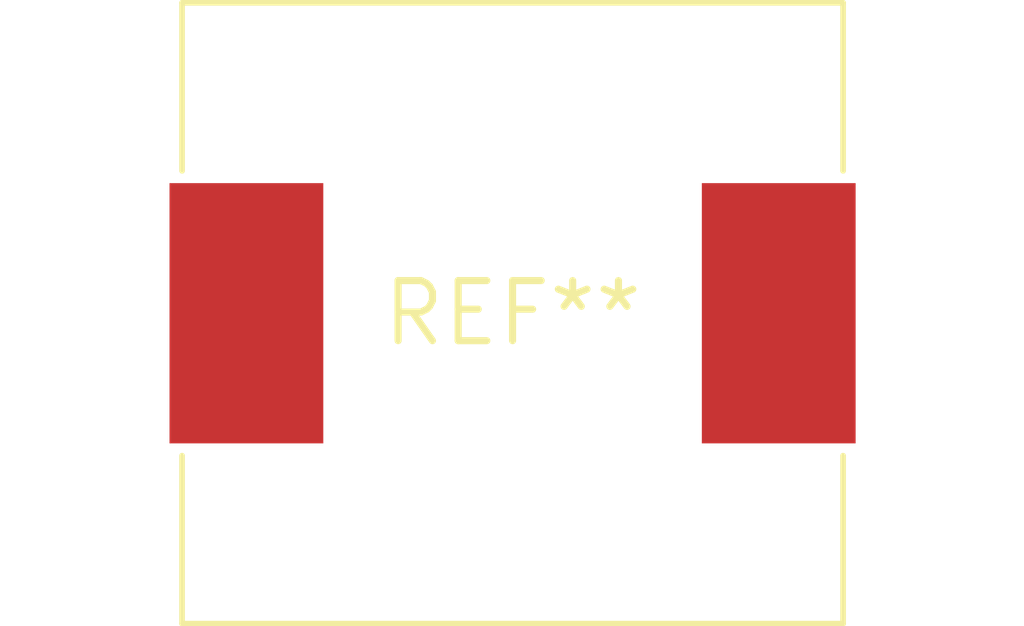
<source format=kicad_pcb>
(kicad_pcb (version 20240108) (generator pcbnew)
  (layers (0 "F.Cu" signal) (31 "B.Cu" signal) (34 "B.Paste" user) (35 "F.Paste" user) (36 "B.SilkS" user "B.Silkscreen") (37 "F.SilkS" user "F.Silkscreen") (38 "B.Mask" user) (39 "F.Mask" user) (44 "Edge.Cuts" user))
  (net 0 "")
  (footprint "L_Sunlord_MWSA1265S" (layer "F.Cu") (at 0 0)
    (property "Reference" "REF**")
    (property "Value" "L_Sunlord_MWSA1265S")
    (fp_line (start -6.985 -6.56) (end -6.985 -3.01) (layer "F.SilkS") (stroke (width 0.12)))
    (fp_line (start -6.985 -6.56) (end 6.985 -6.56) (layer "F.SilkS") (stroke (width 0.12)))
    (fp_line (start -6.985 6.56) (end -6.985 3.01) (layer "F.SilkS") (stroke (width 0.12)))
    (fp_line (start -6.985 6.56) (end 6.985 6.56) (layer "F.SilkS") (stroke (width 0.12)))
    (fp_line (start 6.985 -6.56) (end 6.985 -3.01) (layer "F.SilkS") (stroke (width 0.12)))
    (fp_line (start 6.985 6.56) (end 6.985 3.01) (layer "F.SilkS") (stroke (width 0.12)))
    (pad "1" smd rect (at -5.625 0) (size 3.25 5.5) (layers "F.Cu" "F.Paste" "F.Mask"))
    (pad "2" smd rect (at 5.625 0) (size 3.25 5.5) (layers "F.Cu" "F.Paste" "F.Mask"))
  )
)
</source>
